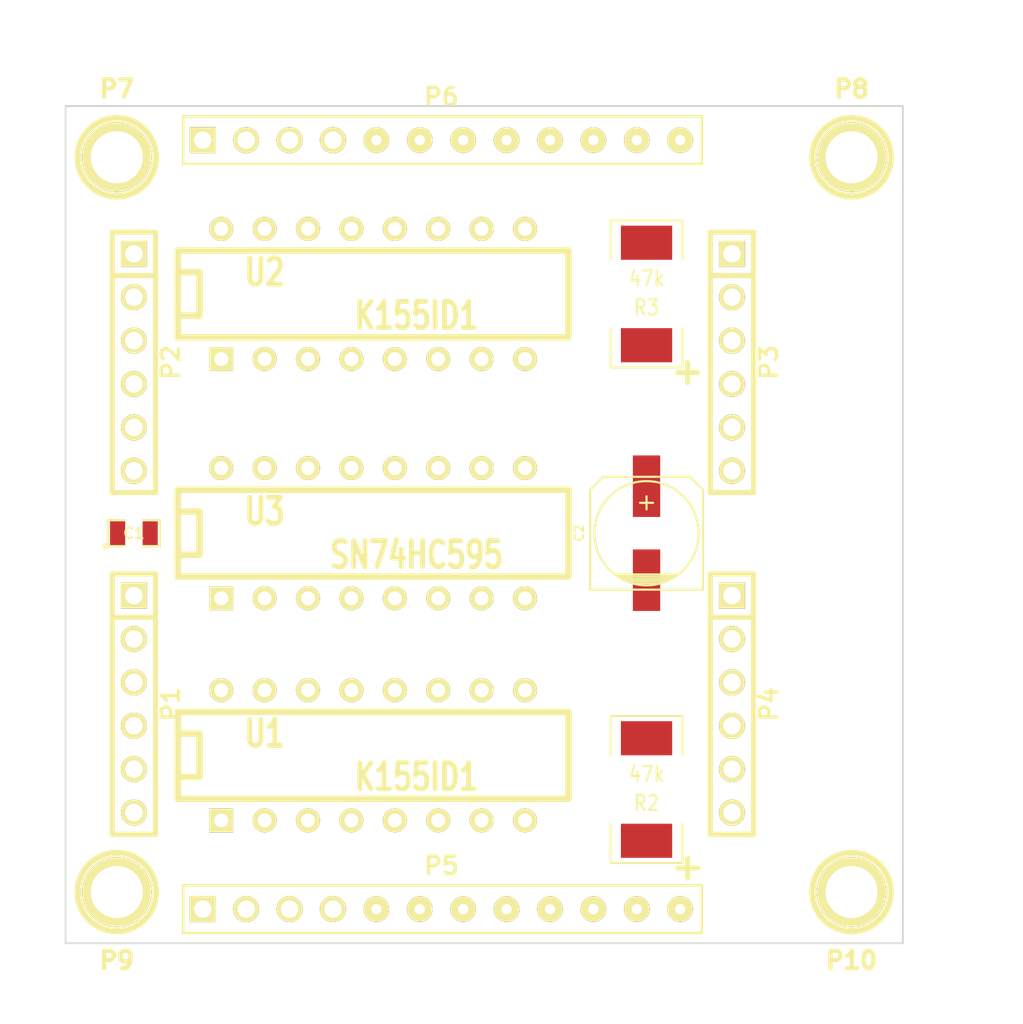
<source format=kicad_pcb>
(kicad_pcb (version 3) (host pcbnew "(2013-dec-23)-stable")

  (general
    (links 65)
    (no_connects 65)
    (area 60.232334 17.150001 120.999999 78.7)
    (thickness 1.6)
    (drawings 8)
    (tracks 0)
    (zones 0)
    (modules 17)
    (nets 38)
  )

  (page A3)
  (layers
    (15 F.Cu signal)
    (0 B.Cu signal)
    (16 B.Adhes user)
    (17 F.Adhes user)
    (18 B.Paste user)
    (19 F.Paste user)
    (20 B.SilkS user)
    (21 F.SilkS user)
    (22 B.Mask user)
    (23 F.Mask user)
    (24 Dwgs.User user)
    (25 Cmts.User user)
    (26 Eco1.User user)
    (27 Eco2.User user)
    (28 Edge.Cuts user)
  )

  (setup
    (last_trace_width 0.254)
    (trace_clearance 0.254)
    (zone_clearance 0.508)
    (zone_45_only no)
    (trace_min 0.254)
    (segment_width 0.2)
    (edge_width 0.1)
    (via_size 0.889)
    (via_drill 0.635)
    (via_min_size 0.889)
    (via_min_drill 0.508)
    (uvia_size 0.508)
    (uvia_drill 0.127)
    (uvias_allowed no)
    (uvia_min_size 0.508)
    (uvia_min_drill 0.127)
    (pcb_text_width 0.3)
    (pcb_text_size 1.5 1.5)
    (mod_edge_width 0.15)
    (mod_text_size 1 1)
    (mod_text_width 0.15)
    (pad_size 1.5 1.5)
    (pad_drill 0.6)
    (pad_to_mask_clearance 0)
    (aux_axis_origin 0 0)
    (visible_elements FFFFFFBF)
    (pcbplotparams
      (layerselection 3178497)
      (usegerberextensions true)
      (excludeedgelayer true)
      (linewidth 0.150000)
      (plotframeref false)
      (viasonmask false)
      (mode 1)
      (useauxorigin false)
      (hpglpennumber 1)
      (hpglpenspeed 20)
      (hpglpendiameter 15)
      (hpglpenoverlay 2)
      (psnegative false)
      (psa4output false)
      (plotreference true)
      (plotvalue true)
      (plotothertext true)
      (plotinvisibletext false)
      (padsonsilk false)
      (subtractmaskfromsilk false)
      (outputformat 1)
      (mirror false)
      (drillshape 1)
      (scaleselection 1)
      (outputdirectory ""))
  )

  (net 0 "")
  (net 1 +3.3V)
  (net 2 GND)
  (net 3 HT)
  (net 4 N-000001)
  (net 5 N-0000010)
  (net 6 N-0000011)
  (net 7 N-0000012)
  (net 8 N-0000013)
  (net 9 N-0000014)
  (net 10 N-0000015)
  (net 11 N-0000016)
  (net 12 N-0000018)
  (net 13 N-000002)
  (net 14 N-0000023)
  (net 15 N-0000024)
  (net 16 N-0000025)
  (net 17 N-0000027)
  (net 18 N-0000029)
  (net 19 N-000003)
  (net 20 N-0000030)
  (net 21 N-0000031)
  (net 22 N-0000032)
  (net 23 N-0000033)
  (net 24 N-0000034)
  (net 25 N-0000035)
  (net 26 N-0000036)
  (net 27 N-0000037)
  (net 28 N-0000038)
  (net 29 N-0000039)
  (net 30 N-000004)
  (net 31 N-0000040)
  (net 32 N-0000041)
  (net 33 N-0000042)
  (net 34 N-0000043)
  (net 35 N-000005)
  (net 36 N-000008)
  (net 37 N-000009)

  (net_class Default "This is the default net class."
    (clearance 0.254)
    (trace_width 0.254)
    (via_dia 0.889)
    (via_drill 0.635)
    (uvia_dia 0.508)
    (uvia_drill 0.127)
    (add_net "")
    (add_net +3.3V)
    (add_net GND)
    (add_net HT)
    (add_net N-000001)
    (add_net N-0000010)
    (add_net N-0000011)
    (add_net N-0000012)
    (add_net N-0000013)
    (add_net N-0000014)
    (add_net N-0000015)
    (add_net N-0000016)
    (add_net N-0000018)
    (add_net N-000002)
    (add_net N-0000023)
    (add_net N-0000024)
    (add_net N-0000025)
    (add_net N-0000027)
    (add_net N-0000029)
    (add_net N-000003)
    (add_net N-0000030)
    (add_net N-0000031)
    (add_net N-0000032)
    (add_net N-0000033)
    (add_net N-0000034)
    (add_net N-0000035)
    (add_net N-0000036)
    (add_net N-0000037)
    (add_net N-0000038)
    (add_net N-0000039)
    (add_net N-000004)
    (add_net N-0000040)
    (add_net N-0000041)
    (add_net N-0000042)
    (add_net N-0000043)
    (add_net N-000005)
    (add_net N-000008)
    (add_net N-000009)
  )

  (module PIN_ARRAY_12x1 (layer F.Cu) (tedit 5395F38D) (tstamp 53960671)
    (at 83 70)
    (descr "Double rangee de contacts 2 x 5 pins")
    (tags CONN)
    (path /5386213A)
    (fp_text reference P5 (at 0 -2.54) (layer F.SilkS)
      (effects (font (size 1.016 1.016) (thickness 0.2032)))
    )
    (fp_text value CONN_12 (at 0 2.54) (layer F.SilkS) hide
      (effects (font (size 1.016 1.016) (thickness 0.2032)))
    )
    (fp_line (start -15.113 -1.397) (end -15.113 1.397) (layer F.SilkS) (width 0.15))
    (fp_line (start -15.113 1.397) (end 15.24 1.397) (layer F.SilkS) (width 0.15))
    (fp_line (start 15.24 1.397) (end 15.24 -1.397) (layer F.SilkS) (width 0.15))
    (fp_line (start 15.24 -1.397) (end -15.113 -1.397) (layer F.SilkS) (width 0.15))
    (pad 1 thru_hole rect (at -13.97 0) (size 1.524 1.524) (drill 1.016)
      (layers *.Cu *.Mask F.SilkS)
      (net 11 N-0000016)
    )
    (pad 2 thru_hole circle (at -11.43 0) (size 1.524 1.524) (drill 1.016)
      (layers *.Cu *.Mask F.SilkS)
      (net 32 N-0000041)
    )
    (pad 3 thru_hole circle (at -8.89 0) (size 1.524 1.524) (drill 1.016)
      (layers *.Cu *.Mask F.SilkS)
      (net 31 N-0000040)
    )
    (pad 4 thru_hole circle (at -6.35 0) (size 1.524 1.524) (drill 1.016)
      (layers *.Cu *.Mask F.SilkS)
      (net 25 N-0000035)
    )
    (pad 5 thru_hole circle (at -3.81 0) (size 1.5 1.5) (drill 0.6)
      (layers *.Cu *.Mask F.SilkS)
      (net 26 N-0000036)
    )
    (pad 6 thru_hole circle (at -1.27 0) (size 1.5 1.5) (drill 0.6)
      (layers *.Cu *.Mask F.SilkS)
      (net 29 N-0000039)
    )
    (pad 7 thru_hole circle (at 1.27 0) (size 1.5 1.5) (drill 0.6)
      (layers *.Cu *.Mask F.SilkS)
      (net 28 N-0000038)
    )
    (pad 8 thru_hole circle (at 3.81 0) (size 1.5 1.5) (drill 0.6)
      (layers *.Cu *.Mask F.SilkS)
      (net 16 N-0000025)
    )
    (pad 9 thru_hole circle (at 6.35 0) (size 1.5 1.5) (drill 0.6)
      (layers *.Cu *.Mask F.SilkS)
      (net 5 N-0000010)
    )
    (pad 10 thru_hole circle (at 8.89 0) (size 1.5 1.5) (drill 0.6)
      (layers *.Cu *.Mask F.SilkS)
      (net 37 N-000009)
    )
    (pad 11 thru_hole circle (at 11.43 0) (size 1.5 1.5) (drill 0.6)
      (layers *.Cu *.Mask F.SilkS)
      (net 6 N-0000011)
    )
    (pad 12 thru_hole circle (at 13.97 0) (size 1.5 1.5) (drill 0.6)
      (layers *.Cu *.Mask F.SilkS)
      (net 2 GND)
    )
    (model pin_array\pins_array_4x1.wrl
      (at (xyz 0 0 0))
      (scale (xyz 1 1 1))
      (rotate (xyz 0 0 0))
    )
  )

  (module PIN_ARRAY_12x1 (layer F.Cu) (tedit 5395F38D) (tstamp 53960685)
    (at 83 25)
    (descr "Double rangee de contacts 2 x 5 pins")
    (tags CONN)
    (path /53862149)
    (fp_text reference P6 (at 0 -2.54) (layer F.SilkS)
      (effects (font (size 1.016 1.016) (thickness 0.2032)))
    )
    (fp_text value CONN_12 (at 0 2.54) (layer F.SilkS) hide
      (effects (font (size 1.016 1.016) (thickness 0.2032)))
    )
    (fp_line (start -15.113 -1.397) (end -15.113 1.397) (layer F.SilkS) (width 0.15))
    (fp_line (start -15.113 1.397) (end 15.24 1.397) (layer F.SilkS) (width 0.15))
    (fp_line (start 15.24 1.397) (end 15.24 -1.397) (layer F.SilkS) (width 0.15))
    (fp_line (start 15.24 -1.397) (end -15.113 -1.397) (layer F.SilkS) (width 0.15))
    (pad 1 thru_hole rect (at -13.97 0) (size 1.524 1.524) (drill 1.016)
      (layers *.Cu *.Mask F.SilkS)
      (net 10 N-0000015)
    )
    (pad 2 thru_hole circle (at -11.43 0) (size 1.524 1.524) (drill 1.016)
      (layers *.Cu *.Mask F.SilkS)
      (net 9 N-0000014)
    )
    (pad 3 thru_hole circle (at -8.89 0) (size 1.524 1.524) (drill 1.016)
      (layers *.Cu *.Mask F.SilkS)
      (net 8 N-0000013)
    )
    (pad 4 thru_hole circle (at -6.35 0) (size 1.524 1.524) (drill 1.016)
      (layers *.Cu *.Mask F.SilkS)
      (net 7 N-0000012)
    )
    (pad 5 thru_hole circle (at -3.81 0) (size 1.5 1.5) (drill 0.6)
      (layers *.Cu *.Mask F.SilkS)
      (net 2 GND)
    )
    (pad 6 thru_hole circle (at -1.27 0) (size 1.5 1.5) (drill 0.6)
      (layers *.Cu *.Mask F.SilkS)
      (net 30 N-000004)
    )
    (pad 7 thru_hole circle (at 1.27 0) (size 1.5 1.5) (drill 0.6)
      (layers *.Cu *.Mask F.SilkS)
      (net 19 N-000003)
    )
    (pad 8 thru_hole circle (at 3.81 0) (size 1.5 1.5) (drill 0.6)
      (layers *.Cu *.Mask F.SilkS)
      (net 13 N-000002)
    )
    (pad 9 thru_hole circle (at 6.35 0) (size 1.5 1.5) (drill 0.6)
      (layers *.Cu *.Mask F.SilkS)
      (net 4 N-000001)
    )
    (pad 10 thru_hole circle (at 8.89 0) (size 1.5 1.5) (drill 0.6)
      (layers *.Cu *.Mask F.SilkS)
      (net 36 N-000008)
    )
    (pad 11 thru_hole circle (at 11.43 0) (size 1.5 1.5) (drill 0.6)
      (layers *.Cu *.Mask F.SilkS)
      (net 35 N-000005)
    )
    (pad 12 thru_hole circle (at 13.97 0) (size 1.5 1.5) (drill 0.6)
      (layers *.Cu *.Mask F.SilkS)
      (net 12 N-0000018)
    )
    (model pin_array\pins_array_4x1.wrl
      (at (xyz 0 0 0))
      (scale (xyz 1 1 1))
      (rotate (xyz 0 0 0))
    )
  )

  (module PIN_ARRAY-6X1 (layer F.Cu) (tedit 41402119) (tstamp 53960694)
    (at 100 38 270)
    (descr "Connecteur 6 pins")
    (tags "CONN DEV")
    (path /53861D30)
    (fp_text reference P3 (at 0 -2.159 270) (layer F.SilkS)
      (effects (font (size 1.016 1.016) (thickness 0.2032)))
    )
    (fp_text value CONN_6 (at 0 2.159 270) (layer F.SilkS) hide
      (effects (font (size 1.016 0.889) (thickness 0.2032)))
    )
    (fp_line (start -7.62 1.27) (end -7.62 -1.27) (layer F.SilkS) (width 0.3048))
    (fp_line (start -7.62 -1.27) (end 7.62 -1.27) (layer F.SilkS) (width 0.3048))
    (fp_line (start 7.62 -1.27) (end 7.62 1.27) (layer F.SilkS) (width 0.3048))
    (fp_line (start 7.62 1.27) (end -7.62 1.27) (layer F.SilkS) (width 0.3048))
    (fp_line (start -5.08 1.27) (end -5.08 -1.27) (layer F.SilkS) (width 0.3048))
    (pad 1 thru_hole rect (at -6.35 0 270) (size 1.524 1.524) (drill 1.016)
      (layers *.Cu *.Mask F.SilkS)
      (net 18 N-0000029)
    )
    (pad 2 thru_hole circle (at -3.81 0 270) (size 1.524 1.524) (drill 1.016)
      (layers *.Cu *.Mask F.SilkS)
      (net 2 GND)
    )
    (pad 3 thru_hole circle (at -1.27 0 270) (size 1.524 1.524) (drill 1.016)
      (layers *.Cu *.Mask F.SilkS)
      (net 34 N-0000043)
    )
    (pad 4 thru_hole circle (at 1.27 0 270) (size 1.524 1.524) (drill 1.016)
      (layers *.Cu *.Mask F.SilkS)
      (net 33 N-0000042)
    )
    (pad 5 thru_hole circle (at 3.81 0 270) (size 1.524 1.524) (drill 1.016)
      (layers *.Cu *.Mask F.SilkS)
      (net 1 +3.3V)
    )
    (pad 6 thru_hole circle (at 6.35 0 270) (size 1.524 1.524) (drill 1.016)
      (layers *.Cu *.Mask F.SilkS)
    )
    (model pin_array/pins_array_6x1.wrl
      (at (xyz 0 0 0))
      (scale (xyz 1 1 1))
      (rotate (xyz 0 0 0))
    )
  )

  (module PIN_ARRAY-6X1 (layer F.Cu) (tedit 41402119) (tstamp 539606A3)
    (at 100 58 270)
    (descr "Connecteur 6 pins")
    (tags "CONN DEV")
    (path /53861D3F)
    (fp_text reference P4 (at 0 -2.159 270) (layer F.SilkS)
      (effects (font (size 1.016 1.016) (thickness 0.2032)))
    )
    (fp_text value CONN_6 (at 0 2.159 270) (layer F.SilkS) hide
      (effects (font (size 1.016 0.889) (thickness 0.2032)))
    )
    (fp_line (start -7.62 1.27) (end -7.62 -1.27) (layer F.SilkS) (width 0.3048))
    (fp_line (start -7.62 -1.27) (end 7.62 -1.27) (layer F.SilkS) (width 0.3048))
    (fp_line (start 7.62 -1.27) (end 7.62 1.27) (layer F.SilkS) (width 0.3048))
    (fp_line (start 7.62 1.27) (end -7.62 1.27) (layer F.SilkS) (width 0.3048))
    (fp_line (start -5.08 1.27) (end -5.08 -1.27) (layer F.SilkS) (width 0.3048))
    (pad 1 thru_hole rect (at -6.35 0 270) (size 1.524 1.524) (drill 1.016)
      (layers *.Cu *.Mask F.SilkS)
      (net 2 GND)
    )
    (pad 2 thru_hole circle (at -3.81 0 270) (size 1.524 1.524) (drill 1.016)
      (layers *.Cu *.Mask F.SilkS)
      (net 2 GND)
    )
    (pad 3 thru_hole circle (at -1.27 0 270) (size 1.524 1.524) (drill 1.016)
      (layers *.Cu *.Mask F.SilkS)
      (net 3 HT)
    )
    (pad 4 thru_hole circle (at 1.27 0 270) (size 1.524 1.524) (drill 1.016)
      (layers *.Cu *.Mask F.SilkS)
      (net 3 HT)
    )
    (pad 5 thru_hole circle (at 3.81 0 270) (size 1.524 1.524) (drill 1.016)
      (layers *.Cu *.Mask F.SilkS)
      (net 2 GND)
    )
    (pad 6 thru_hole circle (at 6.35 0 270) (size 1.524 1.524) (drill 1.016)
      (layers *.Cu *.Mask F.SilkS)
      (net 2 GND)
    )
    (model pin_array/pins_array_6x1.wrl
      (at (xyz 0 0 0))
      (scale (xyz 1 1 1))
      (rotate (xyz 0 0 0))
    )
  )

  (module PIN_ARRAY-6X1 (layer F.Cu) (tedit 41402119) (tstamp 539606B2)
    (at 65 38 270)
    (descr "Connecteur 6 pins")
    (tags "CONN DEV")
    (path /53861D4E)
    (fp_text reference P2 (at 0 -2.159 270) (layer F.SilkS)
      (effects (font (size 1.016 1.016) (thickness 0.2032)))
    )
    (fp_text value CONN_6 (at 0 2.159 270) (layer F.SilkS) hide
      (effects (font (size 1.016 0.889) (thickness 0.2032)))
    )
    (fp_line (start -7.62 1.27) (end -7.62 -1.27) (layer F.SilkS) (width 0.3048))
    (fp_line (start -7.62 -1.27) (end 7.62 -1.27) (layer F.SilkS) (width 0.3048))
    (fp_line (start 7.62 -1.27) (end 7.62 1.27) (layer F.SilkS) (width 0.3048))
    (fp_line (start 7.62 1.27) (end -7.62 1.27) (layer F.SilkS) (width 0.3048))
    (fp_line (start -5.08 1.27) (end -5.08 -1.27) (layer F.SilkS) (width 0.3048))
    (pad 1 thru_hole rect (at -6.35 0 270) (size 1.524 1.524) (drill 1.016)
      (layers *.Cu *.Mask F.SilkS)
      (net 17 N-0000027)
    )
    (pad 2 thru_hole circle (at -3.81 0 270) (size 1.524 1.524) (drill 1.016)
      (layers *.Cu *.Mask F.SilkS)
      (net 2 GND)
    )
    (pad 3 thru_hole circle (at -1.27 0 270) (size 1.524 1.524) (drill 1.016)
      (layers *.Cu *.Mask F.SilkS)
      (net 34 N-0000043)
    )
    (pad 4 thru_hole circle (at 1.27 0 270) (size 1.524 1.524) (drill 1.016)
      (layers *.Cu *.Mask F.SilkS)
      (net 33 N-0000042)
    )
    (pad 5 thru_hole circle (at 3.81 0 270) (size 1.524 1.524) (drill 1.016)
      (layers *.Cu *.Mask F.SilkS)
      (net 1 +3.3V)
    )
    (pad 6 thru_hole circle (at 6.35 0 270) (size 1.524 1.524) (drill 1.016)
      (layers *.Cu *.Mask F.SilkS)
    )
    (model pin_array/pins_array_6x1.wrl
      (at (xyz 0 0 0))
      (scale (xyz 1 1 1))
      (rotate (xyz 0 0 0))
    )
  )

  (module PIN_ARRAY-6X1 (layer F.Cu) (tedit 41402119) (tstamp 539606C1)
    (at 65 58 270)
    (descr "Connecteur 6 pins")
    (tags "CONN DEV")
    (path /53861D5D)
    (fp_text reference P1 (at 0 -2.159 270) (layer F.SilkS)
      (effects (font (size 1.016 1.016) (thickness 0.2032)))
    )
    (fp_text value CONN_6 (at 0 2.159 270) (layer F.SilkS) hide
      (effects (font (size 1.016 0.889) (thickness 0.2032)))
    )
    (fp_line (start -7.62 1.27) (end -7.62 -1.27) (layer F.SilkS) (width 0.3048))
    (fp_line (start -7.62 -1.27) (end 7.62 -1.27) (layer F.SilkS) (width 0.3048))
    (fp_line (start 7.62 -1.27) (end 7.62 1.27) (layer F.SilkS) (width 0.3048))
    (fp_line (start 7.62 1.27) (end -7.62 1.27) (layer F.SilkS) (width 0.3048))
    (fp_line (start -5.08 1.27) (end -5.08 -1.27) (layer F.SilkS) (width 0.3048))
    (pad 1 thru_hole rect (at -6.35 0 270) (size 1.524 1.524) (drill 1.016)
      (layers *.Cu *.Mask F.SilkS)
      (net 2 GND)
    )
    (pad 2 thru_hole circle (at -3.81 0 270) (size 1.524 1.524) (drill 1.016)
      (layers *.Cu *.Mask F.SilkS)
      (net 2 GND)
    )
    (pad 3 thru_hole circle (at -1.27 0 270) (size 1.524 1.524) (drill 1.016)
      (layers *.Cu *.Mask F.SilkS)
      (net 3 HT)
    )
    (pad 4 thru_hole circle (at 1.27 0 270) (size 1.524 1.524) (drill 1.016)
      (layers *.Cu *.Mask F.SilkS)
      (net 3 HT)
    )
    (pad 5 thru_hole circle (at 3.81 0 270) (size 1.524 1.524) (drill 1.016)
      (layers *.Cu *.Mask F.SilkS)
      (net 2 GND)
    )
    (pad 6 thru_hole circle (at 6.35 0 270) (size 1.524 1.524) (drill 1.016)
      (layers *.Cu *.Mask F.SilkS)
      (net 2 GND)
    )
    (model pin_array/pins_array_6x1.wrl
      (at (xyz 0 0 0))
      (scale (xyz 1 1 1))
      (rotate (xyz 0 0 0))
    )
  )

  (module DIP-16__300 (layer F.Cu) (tedit 200000) (tstamp 539606DD)
    (at 79 61)
    (descr "16 pins DIL package, round pads")
    (tags DIL)
    (path /53861CB2)
    (fp_text reference U1 (at -6.35 -1.27) (layer F.SilkS)
      (effects (font (size 1.524 1.143) (thickness 0.3048)))
    )
    (fp_text value K155ID1 (at 2.54 1.27) (layer F.SilkS)
      (effects (font (size 1.524 1.143) (thickness 0.3048)))
    )
    (fp_line (start -11.43 -1.27) (end -11.43 -1.27) (layer F.SilkS) (width 0.381))
    (fp_line (start -11.43 -1.27) (end -10.16 -1.27) (layer F.SilkS) (width 0.381))
    (fp_line (start -10.16 -1.27) (end -10.16 1.27) (layer F.SilkS) (width 0.381))
    (fp_line (start -10.16 1.27) (end -11.43 1.27) (layer F.SilkS) (width 0.381))
    (fp_line (start -11.43 -2.54) (end 11.43 -2.54) (layer F.SilkS) (width 0.381))
    (fp_line (start 11.43 -2.54) (end 11.43 2.54) (layer F.SilkS) (width 0.381))
    (fp_line (start 11.43 2.54) (end -11.43 2.54) (layer F.SilkS) (width 0.381))
    (fp_line (start -11.43 2.54) (end -11.43 -2.54) (layer F.SilkS) (width 0.381))
    (pad 1 thru_hole rect (at -8.89 3.81) (size 1.397 1.397) (drill 0.8128)
      (layers *.Cu *.Mask F.SilkS)
      (net 5 N-0000010)
    )
    (pad 2 thru_hole circle (at -6.35 3.81) (size 1.397 1.397) (drill 0.8128)
      (layers *.Cu *.Mask F.SilkS)
      (net 37 N-000009)
    )
    (pad 3 thru_hole circle (at -3.81 3.81) (size 1.397 1.397) (drill 0.8128)
      (layers *.Cu *.Mask F.SilkS)
      (net 20 N-0000030)
    )
    (pad 4 thru_hole circle (at -1.27 3.81) (size 1.397 1.397) (drill 0.8128)
      (layers *.Cu *.Mask F.SilkS)
      (net 14 N-0000023)
    )
    (pad 5 thru_hole circle (at 1.27 3.81) (size 1.397 1.397) (drill 0.8128)
      (layers *.Cu *.Mask F.SilkS)
      (net 1 +3.3V)
    )
    (pad 6 thru_hole circle (at 3.81 3.81) (size 1.397 1.397) (drill 0.8128)
      (layers *.Cu *.Mask F.SilkS)
      (net 22 N-0000032)
    )
    (pad 7 thru_hole circle (at 6.35 3.81) (size 1.397 1.397) (drill 0.8128)
      (layers *.Cu *.Mask F.SilkS)
      (net 21 N-0000031)
    )
    (pad 8 thru_hole circle (at 8.89 3.81) (size 1.397 1.397) (drill 0.8128)
      (layers *.Cu *.Mask F.SilkS)
      (net 6 N-0000011)
    )
    (pad 9 thru_hole circle (at 8.89 -3.81) (size 1.397 1.397) (drill 0.8128)
      (layers *.Cu *.Mask F.SilkS)
      (net 16 N-0000025)
    )
    (pad 10 thru_hole circle (at 6.35 -3.81) (size 1.397 1.397) (drill 0.8128)
      (layers *.Cu *.Mask F.SilkS)
      (net 28 N-0000038)
    )
    (pad 11 thru_hole circle (at 3.81 -3.81) (size 1.397 1.397) (drill 0.8128)
      (layers *.Cu *.Mask F.SilkS)
      (net 29 N-0000039)
    )
    (pad 12 thru_hole circle (at 1.27 -3.81) (size 1.397 1.397) (drill 0.8128)
      (layers *.Cu *.Mask F.SilkS)
      (net 2 GND)
    )
    (pad 13 thru_hole circle (at -1.27 -3.81) (size 1.397 1.397) (drill 0.8128)
      (layers *.Cu *.Mask F.SilkS)
      (net 26 N-0000036)
    )
    (pad 14 thru_hole circle (at -3.81 -3.81) (size 1.397 1.397) (drill 0.8128)
      (layers *.Cu *.Mask F.SilkS)
      (net 25 N-0000035)
    )
    (pad 15 thru_hole circle (at -6.35 -3.81) (size 1.397 1.397) (drill 0.8128)
      (layers *.Cu *.Mask F.SilkS)
      (net 31 N-0000040)
    )
    (pad 16 thru_hole circle (at -8.89 -3.81) (size 1.397 1.397) (drill 0.8128)
      (layers *.Cu *.Mask F.SilkS)
      (net 32 N-0000041)
    )
    (model dil/dil_16.wrl
      (at (xyz 0 0 0))
      (scale (xyz 1 1 1))
      (rotate (xyz 0 0 0))
    )
  )

  (module DIP-16__300 (layer F.Cu) (tedit 200000) (tstamp 539606F9)
    (at 79 34)
    (descr "16 pins DIL package, round pads")
    (tags DIL)
    (path /53861CC1)
    (fp_text reference U2 (at -6.35 -1.27) (layer F.SilkS)
      (effects (font (size 1.524 1.143) (thickness 0.3048)))
    )
    (fp_text value K155ID1 (at 2.54 1.27) (layer F.SilkS)
      (effects (font (size 1.524 1.143) (thickness 0.3048)))
    )
    (fp_line (start -11.43 -1.27) (end -11.43 -1.27) (layer F.SilkS) (width 0.381))
    (fp_line (start -11.43 -1.27) (end -10.16 -1.27) (layer F.SilkS) (width 0.381))
    (fp_line (start -10.16 -1.27) (end -10.16 1.27) (layer F.SilkS) (width 0.381))
    (fp_line (start -10.16 1.27) (end -11.43 1.27) (layer F.SilkS) (width 0.381))
    (fp_line (start -11.43 -2.54) (end 11.43 -2.54) (layer F.SilkS) (width 0.381))
    (fp_line (start 11.43 -2.54) (end 11.43 2.54) (layer F.SilkS) (width 0.381))
    (fp_line (start 11.43 2.54) (end -11.43 2.54) (layer F.SilkS) (width 0.381))
    (fp_line (start -11.43 2.54) (end -11.43 -2.54) (layer F.SilkS) (width 0.381))
    (pad 1 thru_hole rect (at -8.89 3.81) (size 1.397 1.397) (drill 0.8128)
      (layers *.Cu *.Mask F.SilkS)
      (net 4 N-000001)
    )
    (pad 2 thru_hole circle (at -6.35 3.81) (size 1.397 1.397) (drill 0.8128)
      (layers *.Cu *.Mask F.SilkS)
      (net 36 N-000008)
    )
    (pad 3 thru_hole circle (at -3.81 3.81) (size 1.397 1.397) (drill 0.8128)
      (layers *.Cu *.Mask F.SilkS)
      (net 24 N-0000034)
    )
    (pad 4 thru_hole circle (at -1.27 3.81) (size 1.397 1.397) (drill 0.8128)
      (layers *.Cu *.Mask F.SilkS)
      (net 15 N-0000024)
    )
    (pad 5 thru_hole circle (at 1.27 3.81) (size 1.397 1.397) (drill 0.8128)
      (layers *.Cu *.Mask F.SilkS)
      (net 1 +3.3V)
    )
    (pad 6 thru_hole circle (at 3.81 3.81) (size 1.397 1.397) (drill 0.8128)
      (layers *.Cu *.Mask F.SilkS)
      (net 23 N-0000033)
    )
    (pad 7 thru_hole circle (at 6.35 3.81) (size 1.397 1.397) (drill 0.8128)
      (layers *.Cu *.Mask F.SilkS)
      (net 27 N-0000037)
    )
    (pad 8 thru_hole circle (at 8.89 3.81) (size 1.397 1.397) (drill 0.8128)
      (layers *.Cu *.Mask F.SilkS)
      (net 35 N-000005)
    )
    (pad 9 thru_hole circle (at 8.89 -3.81) (size 1.397 1.397) (drill 0.8128)
      (layers *.Cu *.Mask F.SilkS)
      (net 13 N-000002)
    )
    (pad 10 thru_hole circle (at 6.35 -3.81) (size 1.397 1.397) (drill 0.8128)
      (layers *.Cu *.Mask F.SilkS)
      (net 19 N-000003)
    )
    (pad 11 thru_hole circle (at 3.81 -3.81) (size 1.397 1.397) (drill 0.8128)
      (layers *.Cu *.Mask F.SilkS)
      (net 30 N-000004)
    )
    (pad 12 thru_hole circle (at 1.27 -3.81) (size 1.397 1.397) (drill 0.8128)
      (layers *.Cu *.Mask F.SilkS)
      (net 2 GND)
    )
    (pad 13 thru_hole circle (at -1.27 -3.81) (size 1.397 1.397) (drill 0.8128)
      (layers *.Cu *.Mask F.SilkS)
      (net 7 N-0000012)
    )
    (pad 14 thru_hole circle (at -3.81 -3.81) (size 1.397 1.397) (drill 0.8128)
      (layers *.Cu *.Mask F.SilkS)
      (net 8 N-0000013)
    )
    (pad 15 thru_hole circle (at -6.35 -3.81) (size 1.397 1.397) (drill 0.8128)
      (layers *.Cu *.Mask F.SilkS)
      (net 9 N-0000014)
    )
    (pad 16 thru_hole circle (at -8.89 -3.81) (size 1.397 1.397) (drill 0.8128)
      (layers *.Cu *.Mask F.SilkS)
      (net 10 N-0000015)
    )
    (model dil/dil_16.wrl
      (at (xyz 0 0 0))
      (scale (xyz 1 1 1))
      (rotate (xyz 0 0 0))
    )
  )

  (module DIP-16__300 (layer F.Cu) (tedit 200000) (tstamp 53960715)
    (at 79 48)
    (descr "16 pins DIL package, round pads")
    (tags DIL)
    (path /53861CE4)
    (fp_text reference U3 (at -6.35 -1.27) (layer F.SilkS)
      (effects (font (size 1.524 1.143) (thickness 0.3048)))
    )
    (fp_text value SN74HC595 (at 2.54 1.27) (layer F.SilkS)
      (effects (font (size 1.524 1.143) (thickness 0.3048)))
    )
    (fp_line (start -11.43 -1.27) (end -11.43 -1.27) (layer F.SilkS) (width 0.381))
    (fp_line (start -11.43 -1.27) (end -10.16 -1.27) (layer F.SilkS) (width 0.381))
    (fp_line (start -10.16 -1.27) (end -10.16 1.27) (layer F.SilkS) (width 0.381))
    (fp_line (start -10.16 1.27) (end -11.43 1.27) (layer F.SilkS) (width 0.381))
    (fp_line (start -11.43 -2.54) (end 11.43 -2.54) (layer F.SilkS) (width 0.381))
    (fp_line (start 11.43 -2.54) (end 11.43 2.54) (layer F.SilkS) (width 0.381))
    (fp_line (start 11.43 2.54) (end -11.43 2.54) (layer F.SilkS) (width 0.381))
    (fp_line (start -11.43 2.54) (end -11.43 -2.54) (layer F.SilkS) (width 0.381))
    (pad 1 thru_hole rect (at -8.89 3.81) (size 1.397 1.397) (drill 0.8128)
      (layers *.Cu *.Mask F.SilkS)
      (net 22 N-0000032)
    )
    (pad 2 thru_hole circle (at -6.35 3.81) (size 1.397 1.397) (drill 0.8128)
      (layers *.Cu *.Mask F.SilkS)
      (net 21 N-0000031)
    )
    (pad 3 thru_hole circle (at -3.81 3.81) (size 1.397 1.397) (drill 0.8128)
      (layers *.Cu *.Mask F.SilkS)
      (net 14 N-0000023)
    )
    (pad 4 thru_hole circle (at -1.27 3.81) (size 1.397 1.397) (drill 0.8128)
      (layers *.Cu *.Mask F.SilkS)
      (net 24 N-0000034)
    )
    (pad 5 thru_hole circle (at 1.27 3.81) (size 1.397 1.397) (drill 0.8128)
      (layers *.Cu *.Mask F.SilkS)
      (net 23 N-0000033)
    )
    (pad 6 thru_hole circle (at 3.81 3.81) (size 1.397 1.397) (drill 0.8128)
      (layers *.Cu *.Mask F.SilkS)
      (net 27 N-0000037)
    )
    (pad 7 thru_hole circle (at 6.35 3.81) (size 1.397 1.397) (drill 0.8128)
      (layers *.Cu *.Mask F.SilkS)
      (net 15 N-0000024)
    )
    (pad 8 thru_hole circle (at 8.89 3.81) (size 1.397 1.397) (drill 0.8128)
      (layers *.Cu *.Mask F.SilkS)
      (net 2 GND)
    )
    (pad 9 thru_hole circle (at 8.89 -3.81) (size 1.397 1.397) (drill 0.8128)
      (layers *.Cu *.Mask F.SilkS)
      (net 18 N-0000029)
    )
    (pad 10 thru_hole circle (at 6.35 -3.81) (size 1.397 1.397) (drill 0.8128)
      (layers *.Cu *.Mask F.SilkS)
      (net 1 +3.3V)
    )
    (pad 11 thru_hole circle (at 3.81 -3.81) (size 1.397 1.397) (drill 0.8128)
      (layers *.Cu *.Mask F.SilkS)
      (net 34 N-0000043)
    )
    (pad 12 thru_hole circle (at 1.27 -3.81) (size 1.397 1.397) (drill 0.8128)
      (layers *.Cu *.Mask F.SilkS)
      (net 33 N-0000042)
    )
    (pad 13 thru_hole circle (at -1.27 -3.81) (size 1.397 1.397) (drill 0.8128)
      (layers *.Cu *.Mask F.SilkS)
      (net 2 GND)
    )
    (pad 14 thru_hole circle (at -3.81 -3.81) (size 1.397 1.397) (drill 0.8128)
      (layers *.Cu *.Mask F.SilkS)
      (net 17 N-0000027)
    )
    (pad 15 thru_hole circle (at -6.35 -3.81) (size 1.397 1.397) (drill 0.8128)
      (layers *.Cu *.Mask F.SilkS)
      (net 20 N-0000030)
    )
    (pad 16 thru_hole circle (at -8.89 -3.81) (size 1.397 1.397) (drill 0.8128)
      (layers *.Cu *.Mask F.SilkS)
      (net 1 +3.3V)
    )
    (model dil/dil_16.wrl
      (at (xyz 0 0 0))
      (scale (xyz 1 1 1))
      (rotate (xyz 0 0 0))
    )
  )

  (module c_elec_6.3x7.7 (layer F.Cu) (tedit 49F5C0C2) (tstamp 53960639)
    (at 95 48 90)
    (descr "SMT capacitor, aluminium electrolytic, 6.3x7.7")
    (path /538630C3)
    (fp_text reference C2 (at 0 -3.937 90) (layer F.SilkS)
      (effects (font (size 0.50038 0.50038) (thickness 0.11938)))
    )
    (fp_text value 100uF (at 0 3.81 90) (layer F.SilkS) hide
      (effects (font (size 0.50038 0.50038) (thickness 0.11938)))
    )
    (fp_line (start -2.921 -0.762) (end -2.921 0.762) (layer F.SilkS) (width 0.127))
    (fp_line (start -2.794 1.143) (end -2.794 -1.143) (layer F.SilkS) (width 0.127))
    (fp_line (start -2.667 -1.397) (end -2.667 1.397) (layer F.SilkS) (width 0.127))
    (fp_line (start -2.54 1.651) (end -2.54 -1.651) (layer F.SilkS) (width 0.127))
    (fp_line (start -2.413 -1.778) (end -2.413 1.778) (layer F.SilkS) (width 0.127))
    (fp_circle (center 0 0) (end -3.048 0) (layer F.SilkS) (width 0.127))
    (fp_line (start -3.302 -3.302) (end -3.302 3.302) (layer F.SilkS) (width 0.127))
    (fp_line (start -3.302 3.302) (end 2.54 3.302) (layer F.SilkS) (width 0.127))
    (fp_line (start 2.54 3.302) (end 3.302 2.54) (layer F.SilkS) (width 0.127))
    (fp_line (start 3.302 2.54) (end 3.302 -2.54) (layer F.SilkS) (width 0.127))
    (fp_line (start 3.302 -2.54) (end 2.54 -3.302) (layer F.SilkS) (width 0.127))
    (fp_line (start 2.54 -3.302) (end -3.302 -3.302) (layer F.SilkS) (width 0.127))
    (fp_line (start 2.159 0) (end 1.397 0) (layer F.SilkS) (width 0.127))
    (fp_line (start 1.778 -0.381) (end 1.778 0.381) (layer F.SilkS) (width 0.127))
    (pad 1 smd rect (at 2.75082 0 90) (size 3.59918 1.6002)
      (layers F.Cu F.Paste F.Mask)
      (net 1 +3.3V)
    )
    (pad 2 smd rect (at -2.75082 0 90) (size 3.59918 1.6002)
      (layers F.Cu F.Paste F.Mask)
      (net 2 GND)
    )
    (model smd/capacitors/c_elec_6_3x7_7.wrl
      (at (xyz 0 0 0))
      (scale (xyz 1 1 1))
      (rotate (xyz 0 0 0))
    )
  )

  (module SM0805 (layer F.Cu) (tedit 42806E04) (tstamp 53960645)
    (at 65 48)
    (path /5386DD06)
    (attr smd)
    (fp_text reference C1 (at 0 0) (layer F.SilkS)
      (effects (font (size 0.635 0.635) (thickness 0.127)))
    )
    (fp_text value 0.1uF (at 0 0) (layer F.SilkS) hide
      (effects (font (size 0.635 0.635) (thickness 0.127)))
    )
    (fp_circle (center -1.651 0.762) (end -1.651 0.635) (layer F.SilkS) (width 0.127))
    (fp_line (start -0.508 0.762) (end -1.524 0.762) (layer F.SilkS) (width 0.127))
    (fp_line (start -1.524 0.762) (end -1.524 -0.762) (layer F.SilkS) (width 0.127))
    (fp_line (start -1.524 -0.762) (end -0.508 -0.762) (layer F.SilkS) (width 0.127))
    (fp_line (start 0.508 -0.762) (end 1.524 -0.762) (layer F.SilkS) (width 0.127))
    (fp_line (start 1.524 -0.762) (end 1.524 0.762) (layer F.SilkS) (width 0.127))
    (fp_line (start 1.524 0.762) (end 0.508 0.762) (layer F.SilkS) (width 0.127))
    (pad 1 smd rect (at -0.9525 0) (size 0.889 1.397)
      (layers F.Cu F.Paste F.Mask)
      (net 1 +3.3V)
    )
    (pad 2 smd rect (at 0.9525 0) (size 0.889 1.397)
      (layers F.Cu F.Paste F.Mask)
      (net 2 GND)
    )
    (model smd/chip_cms.wrl
      (at (xyz 0 0 0))
      (scale (xyz 0.1 0.1 0.1))
      (rotate (xyz 0 0 0))
    )
  )

  (module SM2512 (layer F.Cu) (tedit 4EFC472C) (tstamp 53960651)
    (at 95 34 90)
    (tags "CMS SM")
    (path /5386EB16)
    (attr smd)
    (fp_text reference R3 (at -0.8001 0 180) (layer F.SilkS)
      (effects (font (size 0.889 0.762) (thickness 0.127)))
    )
    (fp_text value 47k (at 0.89916 0 180) (layer F.SilkS)
      (effects (font (size 0.889 0.762) (thickness 0.127)))
    )
    (fp_text user + (at -4.59994 2.30124 90) (layer F.SilkS)
      (effects (font (size 1.524 1.524) (thickness 0.29972)))
    )
    (fp_line (start -4.30022 -2.10058) (end -4.30022 2.10058) (layer F.SilkS) (width 0.11938))
    (fp_line (start 4.30022 -2.10058) (end 4.30022 2.10058) (layer F.SilkS) (width 0.11938))
    (fp_line (start 1.99644 2.10566) (end 4.28244 2.10566) (layer F.SilkS) (width 0.11938))
    (fp_line (start 4.28244 -2.10566) (end 1.99644 -2.10566) (layer F.SilkS) (width 0.11938))
    (fp_line (start -1.99898 -2.10566) (end -4.28498 -2.10566) (layer F.SilkS) (width 0.11938))
    (fp_line (start -4.28244 2.10566) (end -1.99644 2.10566) (layer F.SilkS) (width 0.11938))
    (pad 1 smd rect (at -2.99974 0 90) (size 1.99898 2.99974)
      (layers F.Cu F.Paste F.Mask)
      (net 12 N-0000018)
    )
    (pad 2 smd rect (at 2.99974 0 90) (size 1.99898 2.99974)
      (layers F.Cu F.Paste F.Mask)
      (net 3 HT)
    )
    (model smd\chip_smd_pol_wide.wrl
      (at (xyz 0 0 0))
      (scale (xyz 0.35 0.35 0.35))
      (rotate (xyz 0 0 0))
    )
  )

  (module SM2512 (layer F.Cu) (tedit 4EFC472C) (tstamp 5396065D)
    (at 95 63 90)
    (tags "CMS SM")
    (path /5386ECC2)
    (attr smd)
    (fp_text reference R2 (at -0.8001 0 180) (layer F.SilkS)
      (effects (font (size 0.889 0.762) (thickness 0.127)))
    )
    (fp_text value 47k (at 0.89916 0 180) (layer F.SilkS)
      (effects (font (size 0.889 0.762) (thickness 0.127)))
    )
    (fp_text user + (at -4.59994 2.30124 90) (layer F.SilkS)
      (effects (font (size 1.524 1.524) (thickness 0.29972)))
    )
    (fp_line (start -4.30022 -2.10058) (end -4.30022 2.10058) (layer F.SilkS) (width 0.11938))
    (fp_line (start 4.30022 -2.10058) (end 4.30022 2.10058) (layer F.SilkS) (width 0.11938))
    (fp_line (start 1.99644 2.10566) (end 4.28244 2.10566) (layer F.SilkS) (width 0.11938))
    (fp_line (start 4.28244 -2.10566) (end 1.99644 -2.10566) (layer F.SilkS) (width 0.11938))
    (fp_line (start -1.99898 -2.10566) (end -4.28498 -2.10566) (layer F.SilkS) (width 0.11938))
    (fp_line (start -4.28244 2.10566) (end -1.99644 2.10566) (layer F.SilkS) (width 0.11938))
    (pad 1 smd rect (at -2.99974 0 90) (size 1.99898 2.99974)
      (layers F.Cu F.Paste F.Mask)
      (net 3 HT)
    )
    (pad 2 smd rect (at 2.99974 0 90) (size 1.99898 2.99974)
      (layers F.Cu F.Paste F.Mask)
      (net 11 N-0000016)
    )
    (model smd\chip_smd_pol_wide.wrl
      (at (xyz 0 0 0))
      (scale (xyz 0.35 0.35 0.35))
      (rotate (xyz 0 0 0))
    )
  )

  (module 1pin (layer F.Cu) (tedit 5399E340) (tstamp 5399DC27)
    (at 64 26)
    (descr "module 1 pin (ou trou mecanique de percage)")
    (tags DEV)
    (path /5399DC0B)
    (fp_text reference P7 (at 0 -4) (layer F.SilkS)
      (effects (font (size 1.016 1.016) (thickness 0.254)))
    )
    (fp_text value CONN_1 (at 0 2.794) (layer F.SilkS) hide
      (effects (font (size 1.016 1.016) (thickness 0.254)))
    )
    (fp_circle (center 0 0) (end 0 -2.286) (layer F.SilkS) (width 0.381))
    (pad 1 thru_hole circle (at 0 0) (size 4.064 4.064) (drill 3.048)
      (layers *.Cu *.Mask F.SilkS)
    )
  )

  (module 1pin (layer F.Cu) (tedit 5399E343) (tstamp 5399DC2D)
    (at 107 26)
    (descr "module 1 pin (ou trou mecanique de percage)")
    (tags DEV)
    (path /5399DC1A)
    (fp_text reference P8 (at 0 -4) (layer F.SilkS)
      (effects (font (size 1.016 1.016) (thickness 0.254)))
    )
    (fp_text value CONN_1 (at 0 2.794) (layer F.SilkS) hide
      (effects (font (size 1.016 1.016) (thickness 0.254)))
    )
    (fp_circle (center 0 0) (end 0 -2.286) (layer F.SilkS) (width 0.381))
    (pad 1 thru_hole circle (at 0 0) (size 4.064 4.064) (drill 3.048)
      (layers *.Cu *.Mask F.SilkS)
    )
  )

  (module 1pin (layer F.Cu) (tedit 5399E34A) (tstamp 5399DC33)
    (at 64 69)
    (descr "module 1 pin (ou trou mecanique de percage)")
    (tags DEV)
    (path /5399DC29)
    (fp_text reference P9 (at 0 4) (layer F.SilkS)
      (effects (font (size 1.016 1.016) (thickness 0.254)))
    )
    (fp_text value CONN_1 (at 0 2.794) (layer F.SilkS) hide
      (effects (font (size 1.016 1.016) (thickness 0.254)))
    )
    (fp_circle (center 0 0) (end 0 -2.286) (layer F.SilkS) (width 0.381))
    (pad 1 thru_hole circle (at 0 0) (size 4.064 4.064) (drill 3.048)
      (layers *.Cu *.Mask F.SilkS)
    )
  )

  (module 1pin (layer F.Cu) (tedit 5399E347) (tstamp 5399DC39)
    (at 107 69)
    (descr "module 1 pin (ou trou mecanique de percage)")
    (tags DEV)
    (path /5399DC38)
    (fp_text reference P10 (at 0 4) (layer F.SilkS)
      (effects (font (size 1.016 1.016) (thickness 0.254)))
    )
    (fp_text value CONN_1 (at 0 2.794) (layer F.SilkS) hide
      (effects (font (size 1.016 1.016) (thickness 0.254)))
    )
    (fp_circle (center 0 0) (end 0 -2.286) (layer F.SilkS) (width 0.381))
    (pad 1 thru_hole circle (at 0 0) (size 4.064 4.064) (drill 3.048)
      (layers *.Cu *.Mask F.SilkS)
    )
  )

  (dimension 4 (width 0.3) (layer Dwgs.User)
    (gr_text "4.000 mm" (at 63 77.349999) (layer Dwgs.User)
      (effects (font (size 1.5 1.5) (thickness 0.3)))
    )
    (feature1 (pts (xy 65 73) (xy 65 78.699999)))
    (feature2 (pts (xy 61 73) (xy 61 78.699999)))
    (crossbar (pts (xy 61 75.999999) (xy 65 75.999999)))
    (arrow1a (pts (xy 65 75.999999) (xy 63.873497 76.586419)))
    (arrow1b (pts (xy 65 75.999999) (xy 63.873497 75.413579)))
    (arrow2a (pts (xy 61 75.999999) (xy 62.126503 76.586419)))
    (arrow2b (pts (xy 61 75.999999) (xy 62.126503 75.413579)))
  )
  (dimension 10 (width 0.3) (layer Dwgs.User)
    (gr_text "10.000 mm" (at 105 77.349999) (layer Dwgs.User)
      (effects (font (size 1.5 1.5) (thickness 0.3)))
    )
    (feature1 (pts (xy 100 73) (xy 100 78.699999)))
    (feature2 (pts (xy 110 73) (xy 110 78.699999)))
    (crossbar (pts (xy 110 75.999999) (xy 100 75.999999)))
    (arrow1a (pts (xy 100 75.999999) (xy 101.126503 75.413579)))
    (arrow1b (pts (xy 100 75.999999) (xy 101.126503 76.586419)))
    (arrow2a (pts (xy 110 75.999999) (xy 108.873497 75.413579)))
    (arrow2b (pts (xy 110 75.999999) (xy 108.873497 76.586419)))
  )
  (gr_line (start 110 72) (end 110 23) (angle 90) (layer Edge.Cuts) (width 0.1))
  (gr_line (start 61 72) (end 110 72) (angle 90) (layer Edge.Cuts) (width 0.1))
  (gr_line (start 61 23) (end 61 72) (angle 90) (layer Edge.Cuts) (width 0.1))
  (dimension 49 (width 0.3) (layer Dwgs.User)
    (gr_text "49.000 mm" (at 114.349999 47.5 270) (layer Dwgs.User)
      (effects (font (size 1.5 1.5) (thickness 0.3)))
    )
    (feature1 (pts (xy 111 72) (xy 115.699999 72)))
    (feature2 (pts (xy 111 23) (xy 115.699999 23)))
    (crossbar (pts (xy 112.999999 23) (xy 112.999999 72)))
    (arrow1a (pts (xy 112.999999 72) (xy 112.413579 70.873497)))
    (arrow1b (pts (xy 112.999999 72) (xy 113.586419 70.873497)))
    (arrow2a (pts (xy 112.999999 23) (xy 112.413579 24.126503)))
    (arrow2b (pts (xy 112.999999 23) (xy 113.586419 24.126503)))
  )
  (dimension 49 (width 0.3) (layer Dwgs.User)
    (gr_text "49.000 mm" (at 85.5 18.650001) (layer Dwgs.User)
      (effects (font (size 1.5 1.5) (thickness 0.3)))
    )
    (feature1 (pts (xy 110 22) (xy 110 17.300001)))
    (feature2 (pts (xy 61 22) (xy 61 17.300001)))
    (crossbar (pts (xy 61 20.000001) (xy 110 20.000001)))
    (arrow1a (pts (xy 110 20.000001) (xy 108.873497 20.586421)))
    (arrow1b (pts (xy 110 20.000001) (xy 108.873497 19.413581)))
    (arrow2a (pts (xy 61 20.000001) (xy 62.126503 20.586421)))
    (arrow2b (pts (xy 61 20.000001) (xy 62.126503 19.413581)))
  )
  (gr_line (start 61 23) (end 110 23) (angle 90) (layer Edge.Cuts) (width 0.1))

)

</source>
